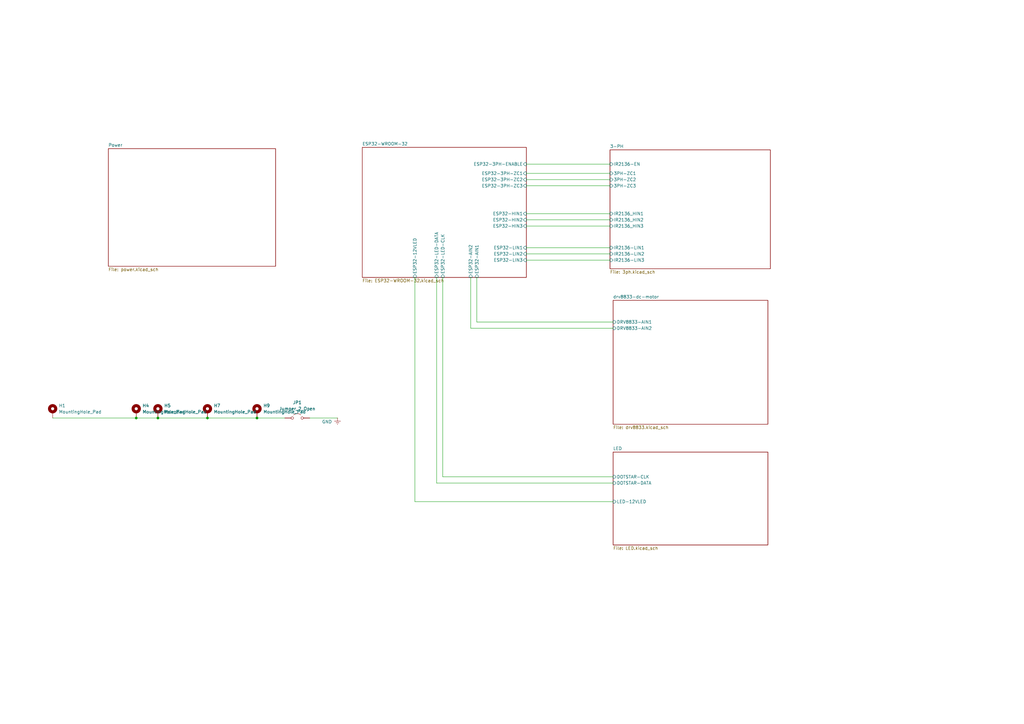
<source format=kicad_sch>
(kicad_sch (version 20231120) (generator "eeschema") (generator_version "8.0")
  (paper "A3")
  (title_block (title "Soundwalk") (date "2025-07-23") (rev "1") (company "Antonio Castles"))
  (lib_symbols
    (symbol "Jumper:Jumper_2_Open" (pin_numbers hide) (pin_names (offset 0) hide) (exclude_from_sim yes)
      (property "Reference" "JP" (at 0 2.794 0))
      (property "Value" "Jumper_2_Open" (at 0 -2.286 0))
      (symbol "Jumper_2_Open_0_0"
        (circle (center -2.032 0) (radius 0.508))
        (circle (center 2.032 0) (radius 0.508))
      )
      (symbol "Jumper_2_Open_0_1"
        (arc (start 1.524 1.27) (mid 0 1.778) (end -1.524 1.27))
      )
      (symbol "Jumper_2_Open_1_1"
        (pin passive line (at -5.08 0 0) (length 2.54) (name "A") (number "1"))
        (pin passive line (at 5.08 0 180) (length 2.54) (name "B") (number "2"))
      )
    )
    (symbol "Mechanical:MountingHole_Pad" (pin_numbers hide) (pin_names (offset 1.016) hide) (exclude_from_sim yes) (in_bom no)
      (property "Reference" "H" (at 0 6.35 0))
      (property "Value" "MountingHole_Pad" (at 0 4.445 0))
      (symbol "MountingHole_Pad_0_1"
        (circle (center 0 1.27) (radius 1.27) (stroke (width 1.27)))
      )
      (symbol "MountingHole_Pad_1_1"
        (pin input line (at 0 -2.54 90) (length 2.54) (name "1") (number "1"))
      )
    )
    (symbol "power:Earth" (power) (pin_numbers hide) (pin_names (offset 0) hide)
      (property "Value" "Earth" (at 0 -3.81 0))
      (symbol "Earth_0_1"
        (polyline (pts (xy -0.635 -1.905) (xy 0.635 -1.905)))
        (polyline (pts (xy -0.127 -2.54) (xy 0.127 -2.54)))
        (polyline (pts (xy 0 -1.27) (xy 0 0)))
        (polyline (pts (xy 1.27 -1.27) (xy -1.27 -1.27)))
      )
      (symbol "Earth_1_1"
        (pin power_in line (at 0 0 270) (length 0) (name "~") (number "1"))
      )
    )
  )
  (junction (at 105.41 171.45))
  (junction (at 55.88 171.45))
  (junction (at 64.77 171.45))
  (junction (at 85.09 171.45))
  (wire (pts (xy 193.04 134.62) (xy 251.46 134.62)))
  (wire (pts (xy 215.9 73.66) (xy 250.19 73.66)))
  (wire (pts (xy 215.9 101.6) (xy 250.19 101.6)))
  (wire (pts (xy 181.61 195.58) (xy 251.46 195.58)))
  (wire (pts (xy 55.88 171.45) (xy 64.77 171.45)))
  (wire (pts (xy 170.18 205.74) (xy 251.46 205.74)))
  (wire (pts (xy 105.41 171.45) (xy 116.84 171.45)))
  (wire (pts (xy 179.07 198.12) (xy 251.46 198.12)))
  (wire (pts (xy 215.9 104.14) (xy 250.19 104.14)))
  (wire (pts (xy 64.77 171.45) (xy 85.09 171.45)))
  (wire (pts (xy 195.58 132.08) (xy 251.46 132.08)))
  (wire (pts (xy 215.9 76.2) (xy 250.19 76.2)))
  (wire (pts (xy 179.07 113.792) (xy 179.07 198.12)))
  (wire (pts (xy 215.9 67.31) (xy 250.19 67.31)))
  (wire (pts (xy 85.09 171.45) (xy 105.41 171.45)))
  (wire (pts (xy 215.9 71.12) (xy 250.19 71.12)))
  (wire (pts (xy 193.04 113.792) (xy 193.04 134.62)))
  (wire (pts (xy 181.61 113.792) (xy 181.61 195.58)))
  (wire (pts (xy 195.58 113.792) (xy 195.58 132.08)))
  (wire (pts (xy 215.9 106.68) (xy 250.19 106.68)))
  (wire (pts (xy 215.9 87.63) (xy 250.19 87.63)))
  (wire (pts (xy 170.18 113.792) (xy 170.18 205.74)))
  (wire (pts (xy 215.9 90.17) (xy 250.19 90.17)))
  (wire (pts (xy 21.59 171.45) (xy 55.88 171.45)))
  (wire (pts (xy 215.9 92.71) (xy 250.19 92.71)))
  (wire (pts (xy 127 171.45) (xy 138.43 171.45)))
  (symbol (lib_id "Mechanical:MountingHole_Pad") (at 55.88 168.91 0) (unit 1) (exclude_from_sim yes) (in_bom no)
    (property "Reference" "H4" (at 58.42 166.3699 0) (effects (justify left)))
    (property "Value" "MountingHole_Pad" (at 58.42 168.9099 0) (effects (justify left)))
    (property "Footprint" "MountingHole:MountingHole_3mm_Pad_Via" (effects (hide yes)))
    (property "Description" "Mounting Hole with connection" (effects (hide yes)))
  )
  (symbol (lib_id "power:Earth") (at 138.43 171.45 0) (mirror y) (unit 1)
    (property "Reference" "#PWR01" (effects (hide yes)))
    (property "Value" "GND" (at 134.112 172.974 0))
    (property "Description" "Power symbol creates a global label with name \"Earth\"" (effects (hide yes)))
  )
  (symbol (lib_id "Mechanical:MountingHole_Pad") (at 64.77 168.91 0) (unit 1) (exclude_from_sim yes) (in_bom no)
    (property "Reference" "H5" (at 67.31 166.3699 0) (effects (justify left)))
    (property "Value" "MountingHole_Pad" (at 67.31 168.9099 0) (effects (justify left)))
    (property "Footprint" "MountingHole:MountingHole_3mm_Pad_Via" (effects (hide yes)))
    (property "Description" "Mounting Hole with connection" (effects (hide yes)))
  )
  (symbol (lib_id "Jumper:Jumper_2_Open") (at 121.92 171.45 0) (unit 1) (exclude_from_sim yes)
    (property "Reference" "JP1" (at 121.92 165.1 0))
    (property "Value" "Jumper_2_Open" (at 121.92 167.64 0))
    (property "Footprint" "Connector_PinHeader_2.54mm:PinHeader_1x02_P2.54mm_Vertical" (effects (hide yes)))
    (property "Description" "Jumper, 2-pole, open" (effects (hide yes)))
  )
  (symbol (lib_id "Mechanical:MountingHole_Pad") (at 85.09 168.91 0) (unit 1) (exclude_from_sim yes) (in_bom no)
    (property "Reference" "H7" (at 87.63 166.3699 0) (effects (justify left)))
    (property "Value" "MountingHole_Pad" (at 87.63 168.9099 0) (effects (justify left)))
    (property "Footprint" "MountingHole:MountingHole_3mm_Pad_Via" (effects (hide yes)))
    (property "Description" "Mounting Hole with connection" (effects (hide yes)))
  )
  (symbol (lib_id "Mechanical:MountingHole_Pad") (at 105.41 168.91 0) (unit 1) (exclude_from_sim yes) (in_bom no)
    (property "Reference" "H9" (at 107.95 166.3699 0) (effects (justify left)))
    (property "Value" "MountingHole_Pad" (at 107.95 168.9099 0) (effects (justify left)))
    (property "Footprint" "MountingHole:MountingHole_3mm_Pad_Via" (effects (hide yes)))
    (property "Description" "Mounting Hole with connection" (effects (hide yes)))
  )
  (symbol (lib_id "Mechanical:MountingHole_Pad") (at 21.59 168.91 0) (unit 1) (exclude_from_sim yes) (in_bom no)
    (property "Reference" "H1" (at 24.13 166.3699 0) (effects (justify left)))
    (property "Value" "MountingHole_Pad" (at 24.13 168.9099 0) (effects (justify left)))
    (property "Footprint" "MountingHole:MountingHole_3mm_Pad_Via" (effects (hide yes)))
    (property "Description" "Mounting Hole with connection" (effects (hide yes)))
  )
  (sheet (at 251.46 123.19) (size 63.5 50.8) (stroke (width 0.1524))
    (property "Sheetname" "drv8833-dc-motor" (at 251.46 122.4784 0) (effects (justify left bottom)))
    (property "Sheetfile" "drv8833.kicad_sch" (at 251.46 174.5746 0) (effects (justify left top)))
    (pin "DRV8833-AIN1" input (at 251.46 132.08 180))
    (pin "DRV8833-AIN2" input (at 251.46 134.62 180))
  )
  (sheet (at 250.19 61.468) (size 65.786 48.768) (stroke (width 0.1524))
    (property "Sheetname" "3-PH" (at 250.19 60.7564 0) (effects (justify left bottom)))
    (property "Sheetfile" "3ph.kicad_sch" (at 250.19 110.8206 0) (effects (justify left top)))
    (pin "3PH-ZC3" input (at 250.19 76.2 180))
    (pin "IR2136-LIN3" input (at 250.19 106.68 180))
    (pin "3PH-ZC2" input (at 250.19 73.66 180))
    (pin "IR2136-LIN1" input (at 250.19 101.6 180))
    (pin "IR2136-EN" input (at 250.19 67.31 180))
    (pin "IR2136-LIN2" input (at 250.19 104.14 180))
    (pin "IR2136_HIN1" input (at 250.19 87.63 180))
    (pin "IR2136_HIN3" input (at 250.19 92.71 180))
    (pin "IR2136_HIN2" input (at 250.19 90.17 180))
    (pin "3PH-ZC1" input (at 250.19 71.12 180))
  )
  (sheet (at 148.59 60.452) (size 67.31 53.34) (stroke (width 0.1524))
    (property "Sheetname" "ESP32-WROOM-32" (at 148.59 59.7404 0) (effects (justify left bottom)))
    (property "Sheetfile" "ESP32-WROOM-32.kicad_sch" (at 148.59 114.3766 0) (effects (justify left top)))
    (pin "ESP32-AIN1" input (at 195.58 113.792 270))
    (pin "ESP32-3PH-ENABLE" input (at 215.9 67.31 0))
    (pin "ESP32-AIN2" input (at 193.04 113.792 270))
    (pin "ESP32-3PH-ZC2" input (at 215.9 73.66 0))
    (pin "ESP32-3PH-ZC1" input (at 215.9 71.12 0))
    (pin "ESP32-3PH-ZC3" input (at 215.9 76.2 0))
    (pin "ESP32-LED-DATA" input (at 179.07 113.792 270))
    (pin "ESP32-HIN3" input (at 215.9 92.71 0))
    (pin "ESP32-HIN1" input (at 215.9 87.63 0))
    (pin "ESP32-HIN2" input (at 215.9 90.17 0))
    (pin "ESP32-LIN3" input (at 215.9 106.68 0))
    (pin "ESP32-LED-CLK" input (at 181.61 113.792 270))
    (pin "ESP32-LIN1" input (at 215.9 101.6 0))
    (pin "ESP32-LIN2" input (at 215.9 104.14 0))
    (pin "ESP32-12VLED" input (at 170.18 113.792 270))
  )
  (sheet (at 251.46 185.42) (size 63.5 38.1) (stroke (width 0.1524))
    (property "Sheetname" "LED" (at 251.46 184.7084 0) (effects (justify left bottom)))
    (property "Sheetfile" "LED.kicad_sch" (at 251.46 224.1046 0) (effects (justify left top)))
    (pin "DOTSTAR-CLK" input (at 251.46 195.58 180))
    (pin "DOTSTAR-DATA" input (at 251.46 198.12 180))
    (pin "LED-12VLED" input (at 251.46 205.74 180))
  )
  (sheet (at 44.45 60.96) (size 68.58 48.26) (stroke (width 0.1524))
    (property "Sheetname" "Power" (at 44.45 60.2484 0) (effects (justify left bottom)))
    (property "Sheetfile" "power.kicad_sch" (at 44.45 109.8046 0) (effects (justify left top)))
  )
)
</source>
